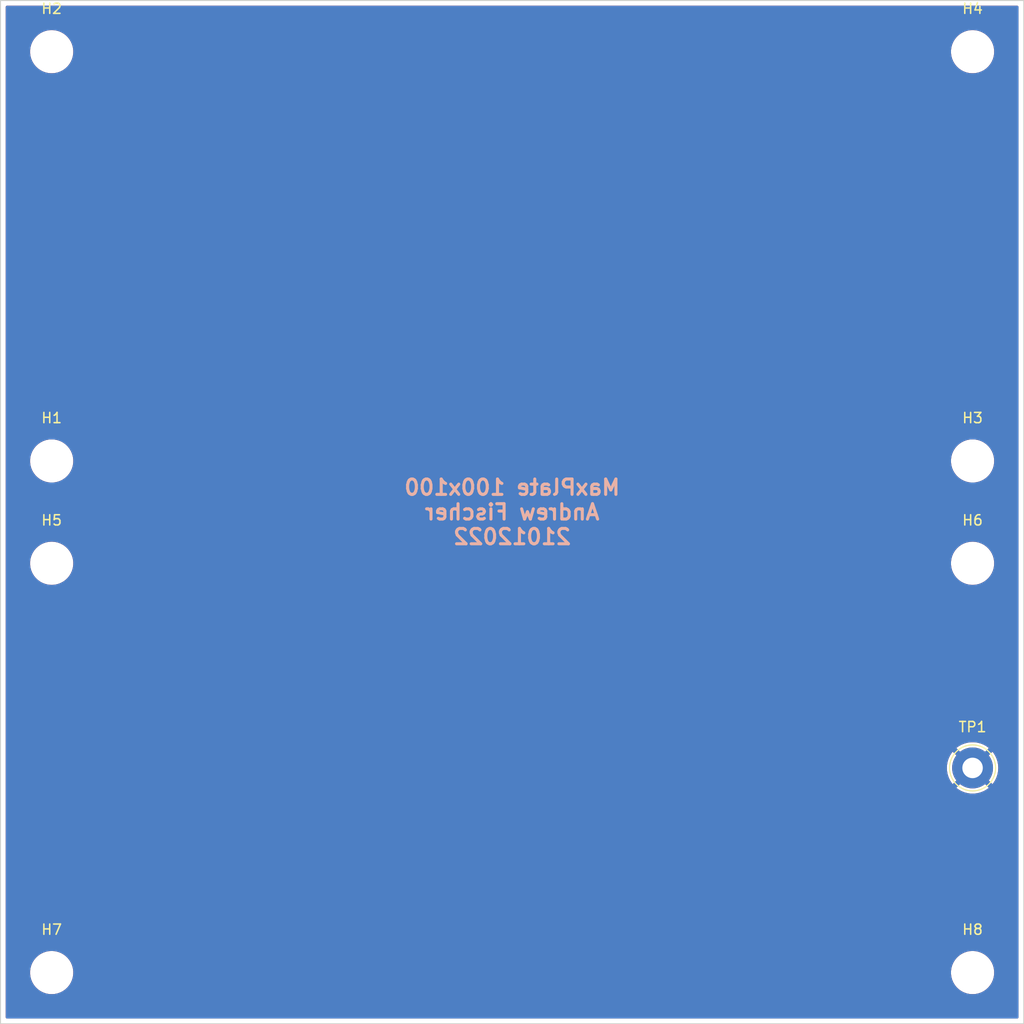
<source format=kicad_pcb>
(kicad_pcb (version 20221018) (generator pcbnew)
  (title_block (title "Max 100x100 ") (date "2023-03-25") (company "Copyright (c) 2023 Andrew Fischer") (comment 3 "https://creativecommons.org/licenses/by-nc/4.0/deed.en_GB") (comment 4 "Licensed Under Creative Commons CC BY-NC-SA 4.0"))
  (layers (0 "F.Cu" signal) (31 "B.Cu" signal) (34 "B.Paste" user) (35 "F.Paste" user) (36 "B.SilkS" user "B.Silkscreen") (37 "F.SilkS" user "F.Silkscreen") (38 "B.Mask" user) (39 "F.Mask" user) (44 "Edge.Cuts" user))
  (net 0 "")
  (net 1 "GND")
  (footprint "MountingHole:MountingHole_3.2mm_M3" (layer "F.Cu") (at 195 95)
    (fp_text reference "H3" (at 0 -4.2) (layer "F.SilkS"))
    (fp_text value "M3")
    (pad "" np_thru_hole circle (at 0 0) (size 3.2 3.2) (drill 3.2) (layers "*.Cu" "*.Mask"))
  )
  (footprint "MountingHole:MountingHole_3.2mm_M3" (layer "F.Cu") (at 105 105)
    (fp_text reference "H5" (at 0 -4.2) (layer "F.SilkS"))
    (fp_text value "M3")
    (pad "" np_thru_hole circle (at 0 0) (size 3.2 3.2) (drill 3.2) (layers "*.Cu" "*.Mask"))
  )
  (footprint "MountingHole:MountingHole_3.2mm_M3" (layer "F.Cu") (at 195 55)
    (fp_text reference "H4" (at 0 -4.2) (layer "F.SilkS"))
    (fp_text value "M3")
    (pad "" np_thru_hole circle (at 0 0) (size 3.2 3.2) (drill 3.2) (layers "*.Cu" "*.Mask"))
  )
  (footprint "MountingHole:MountingHole_3.2mm_M3" (layer "F.Cu") (at 105 145)
    (fp_text reference "H7" (at 0 -4.2) (layer "F.SilkS"))
    (fp_text value "M3")
    (pad "" np_thru_hole circle (at 0 0) (size 3.2 3.2) (drill 3.2) (layers "*.Cu" "*.Mask"))
  )
  (footprint "MountingHole:MountingHole_3.2mm_M3" (layer "F.Cu") (at 195 145)
    (fp_text reference "H8" (at 0 -4.2) (layer "F.SilkS"))
    (fp_text value "M3")
    (pad "" np_thru_hole circle (at 0 0) (size 3.2 3.2) (drill 3.2) (layers "*.Cu" "*.Mask"))
  )
  (footprint "MountingHole:MountingHole_3.2mm_M3" (layer "F.Cu") (at 105 55)
    (fp_text reference "H2" (at 0 -4.2) (layer "F.SilkS"))
    (fp_text value "M3")
    (pad "" np_thru_hole circle (at 0 0) (size 3.2 3.2) (drill 3.2) (layers "*.Cu" "*.Mask"))
  )
  (footprint "TestPoint:TestPoint_THTPad_D4.0mm_Drill2.0mm" (layer "F.Cu") (at 195 125)
    (fp_text reference "TP1" (at 0 -4) (layer "F.SilkS"))
    (fp_text value "TestPoint")
    (fp_circle (center 0 0) (end 0 2.25) (stroke (width 0.12)) (fill none) (layer "F.SilkS"))
    (pad "1" thru_hole circle (at 0 0) (size 4 4) (drill 2) (layers "*.Cu" "*.Mask") (net 1 "GND"))
  )
  (footprint "MountingHole:MountingHole_3.2mm_M3" (layer "F.Cu") (at 195 105)
    (fp_text reference "H6" (at 0 -4.2) (layer "F.SilkS"))
    (fp_text value "M3")
    (pad "" np_thru_hole circle (at 0 0) (size 3.2 3.2) (drill 3.2) (layers "*.Cu" "*.Mask"))
  )
  (footprint "MountingHole:MountingHole_3.2mm_M3" (layer "F.Cu") (at 105 95)
    (fp_text reference "H1" (at 0 -4.2) (layer "F.SilkS"))
    (fp_text value "M3")
    (pad "" np_thru_hole circle (at 0 0) (size 3.2 3.2) (drill 3.2) (layers "*.Cu" "*.Mask"))
  )
  (gr_rect (start 100 50) (end 200 150) (stroke (width 0.1)) (fill none) (layer "Edge.Cuts"))
  (gr_text "MaxPlate 100x100\nAndrew Fischer\n21012022\n" (at 150 100) (layer "B.SilkS") (effects (font (size 1.5 1.5) (thickness 0.3)) (justify mirror)))
  (zone (net 1) (net_name "GND") (layers "F&B.Cu") (connect_pads (clearance 0.508)) (min_thickness 0.254) (fill yes (thermal_gap 0.508) (thermal_bridge_width 0.508))
    (polygon (pts (xy 200 150) (xy 100 150) (xy 100 50) (xy 200 50)))
  )
)
</source>
